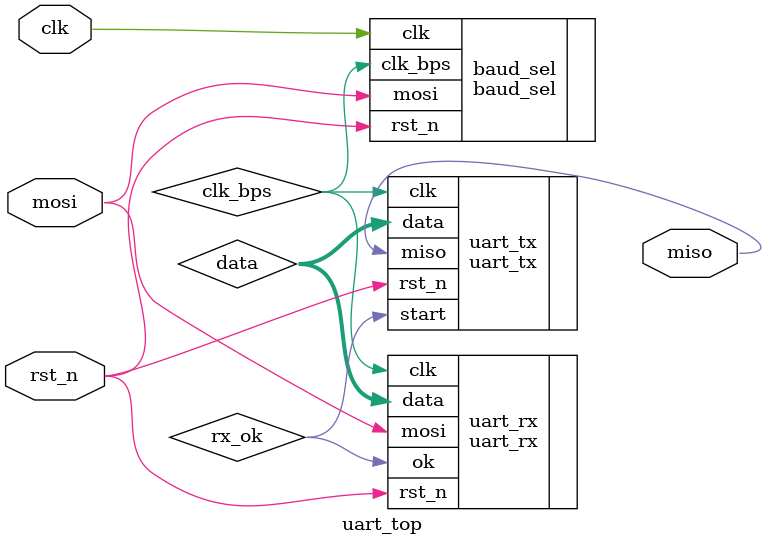
<source format=v>
module uart_top(
    input   rst_n,
    input   clk,
    output  miso,
    input   mosi
);
    wire[7:0] data;
    uart_rx uart_rx(//slave rx
                     .mosi   (mosi   )
                    ,.rst_n  (rst_n  )
                    ,.clk    (clk_bps)
                    ,.ok     (rx_ok  )
                    ,.data   (data   )
                   );
    uart_tx uart_tx(//slave tx
                     .miso (miso   )
                    ,.rst_n(rst_n  )
                    ,.clk  (clk_bps)
                    ,.start(rx_ok  )
                    ,.data (data   )
                   );
    baud_sel baud_sel( .clk    (clk    )
                      ,.rst_n  (rst_n  )
                      ,.clk_bps(clk_bps)
                      ,.mosi   (mosi   )
                     );
endmodule

</source>
